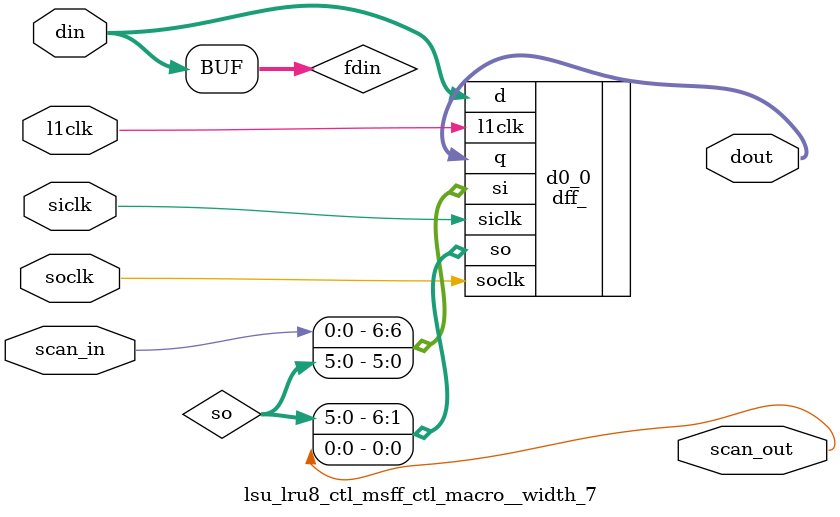
<source format=v>
module lsu_lru8_ctl (
  l1clk, 
  scan_in, 
  spc_aclk, 
  spc_bclk, 
  scan_out, 
  request, 
  enable, 
  select);
wire siclk;
wire soclk;
wire dff_lru_scanin;
wire dff_lru_scanout;
wire nlru0_7;
wire nlru0_3;
wire nlru4_7;
wire nlru0_1;
wire nlru2_3;
wire nlru4_5;
wire nlru6_7;
wire lru0_7;
wire lru0_3;
wire lru4_7;
wire lru0_1;
wire lru2_3;
wire lru4_5;
wire lru6_7;
wire pick_0123;
wire pick_4567;
wire pick_01;
wire pick_23;
wire pick_45;
wire pick_67;
wire pick_0;
wire pick_1;
wire pick_2;
wire pick_3;
wire pick_4;
wire pick_5;
wire pick_6;
wire pick_7;


input		l1clk;
input 		scan_in;
input 		spc_aclk;
input 		spc_bclk;
output		scan_out;

input	[7:0]	request;
input	[7:0]	enable;

output	[7:0]	select;

// scan renames
assign siclk = spc_aclk;
assign soclk = spc_bclk;
// end scan

////////////////////////////////////////////////////////////////////////////////
// Pseudo-LRU picker to choose the oldest thread for issuing to pcx.
// The picker uses a binary tree to track age.
// lru0_1 -> 0=#0 is newer, 1=#1 is newer
// lru2_3 -> 0=#2 is newer, 1=#3 is newer
// lru0_3 -> 0={0,1} is newer, 1={2,3} is newer
// lru4_7 -> 0={4,5} is newer, 1={6,7} is newer
// lru0_7 -> 0={0,1,2,3} is newer, 1={4,5,6,7} is newer
// The state updates every time an entry is written.  The "least recently written"
// as determined by tracing the tree has priority.
////////////////////////////////////////////////////////////////////////////////

lsu_lru8_ctl_msff_ctl_macro__width_7 dff_lru  (
	.scan_in(dff_lru_scanin),
	.scan_out(dff_lru_scanout),
	.din	({nlru0_7,nlru0_3,nlru4_7,nlru0_1,nlru2_3,nlru4_5,nlru6_7}),
	.dout	({ lru0_7, lru0_3, lru4_7, lru0_1, lru2_3, lru4_5, lru6_7}),
  .l1clk(l1clk),
  .siclk(siclk),
  .soclk(soclk)
);

assign pick_0123 = (|request[3:0]) & ( lru0_7 | ~(|request[7:4]));
assign pick_4567 = (|request[7:4]) & (~lru0_7 | ~(|request[3:0]));
assign pick_01 = (|request[1:0]) & ( lru0_3 | ~(|request[3:2]));
assign pick_23 = (|request[3:2]) & (~lru0_3 | ~(|request[1:0]));
assign pick_45 = (|request[5:4]) & ( lru4_7 | ~(|request[7:6]));
assign pick_67 = (|request[7:6]) & (~lru4_7 | ~(|request[5:4]));
assign pick_0 = request[0] & ( lru0_1 | ~request[1]);
assign pick_1 = request[1] & (~lru0_1 | ~request[0]);
assign pick_2 = request[2] & ( lru2_3 | ~request[3]);
assign pick_3 = request[3] & (~lru2_3 | ~request[2]);
assign pick_4 = request[4] & ( lru4_5 | ~request[5]);
assign pick_5 = request[5] & (~lru4_5 | ~request[4]);
assign pick_6 = request[6] & ( lru6_7 | ~request[7]);
assign pick_7 = request[7] & (~lru6_7 | ~request[6]);

assign select[0] = pick_0123 & pick_01 & pick_0;
assign select[1] = pick_0123 & pick_01 & pick_1;
assign select[2] = pick_0123 & pick_23 & pick_2;
assign select[3] = pick_0123 & pick_23 & pick_3;
assign select[4] = pick_4567 & pick_45 & pick_4;
assign select[5] = pick_4567 & pick_45 & pick_5;
assign select[6] = pick_4567 & pick_67 & pick_6;
assign select[7] = pick_4567 & pick_67 & pick_7;

assign nlru0_1 = enable[1] | (~enable[0] & lru0_1);
assign nlru2_3 = enable[3] | (~enable[2] & lru2_3);
assign nlru4_5 = enable[5] | (~enable[4] & lru4_5);
assign nlru6_7 = enable[7] | (~enable[6] & lru6_7);
assign nlru0_3 = (enable[2] | enable[3]) | (~(enable[0] | enable[1]) & lru0_3);
assign nlru4_7 = (enable[6] | enable[7]) | (~(enable[4] | enable[5]) & lru4_7);
assign nlru0_7 = (enable[4] | enable[5] | enable[6] | enable[7]) |
                 (~(enable[0] | enable[1] | enable[2] | enable[3]) &
                   lru0_7);


supply0 vss;
supply1 vdd;
// fixscan start:
assign dff_lru_scanin            = scan_in                  ;
assign scan_out                  = dff_lru_scanout          ;
// fixscan end:
endmodule






// any PARAMS parms go into naming of macro

module lsu_lru8_ctl_msff_ctl_macro__width_7 (
  din, 
  l1clk, 
  scan_in, 
  siclk, 
  soclk, 
  dout, 
  scan_out);
wire [6:0] fdin;
wire [5:0] so;

  input [6:0] din;
  input l1clk;
  input scan_in;


  input siclk;
  input soclk;

  output [6:0] dout;
  output scan_out;
assign fdin[6:0] = din[6:0];






dff_ #(7)  d0_0 (
.l1clk(l1clk),
.siclk(siclk),
.soclk(soclk),
.d(fdin[6:0]),
.si({scan_in,so[5:0]}),
.so({so[5:0],scan_out}),
.q(dout[6:0])
);












endmodule









</source>
